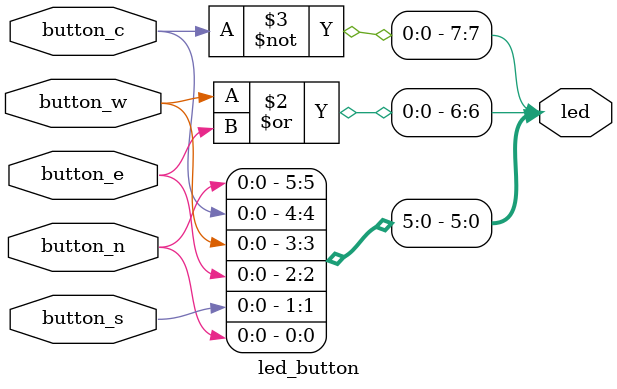
<source format=v>
module led_button
(
	input button_n,
	input button_s,
	input button_e,
	input button_w,
	input button_c,
	output [7:0] led
);

	assign led[0] = button_n;
	assign led[1] = button_s;
	assign led[2] = button_e;
	assign led[3] = button_w;
	assign led[4] = button_c;
	assign led[5] = button_n & button_n;
	assign led[6] = button_w | button_e;
	assign led[7] = ~ button_c;
	
endmodule
</source>
